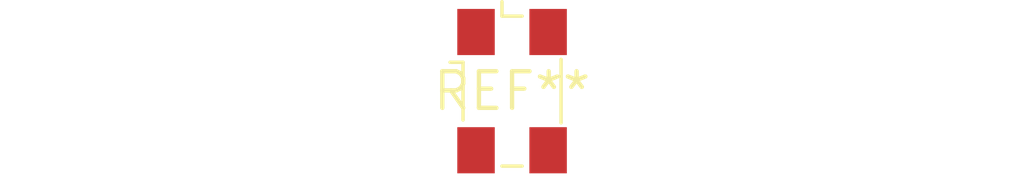
<source format=kicad_pcb>
(kicad_pcb (version 20240108) (generator pcbnew)
  (layers (0 "F.Cu" signal) (31 "B.Cu" signal) (34 "B.Paste" user) (35 "F.Paste" user) (36 "B.SilkS" user "B.Silkscreen") (37 "F.SilkS" user "F.Silkscreen") (38 "B.Mask" user) (39 "F.Mask" user) (44 "Edge.Cuts" user))
  (net 0 "")
  (footprint "Oscillator_SMD_Fox_FT5H_5.0x3.2mm" (layer "F.Cu") (at 0 0)
    (property "Reference" "REF**")
    (property "Value" "Oscillator_SMD_Fox_FT5H_5.0x3.2mm")
    (fp_line (start -1.7 -1) (end -2.15 -1) (layer "F.SilkS") (stroke (width 0.12)))
    (fp_line (start -1.7 1) (end -1.7 -1) (layer "F.SilkS") (stroke (width 0.12)))
    (fp_line (start -0.35 -2.6) (end -0.35 -3.1) (layer "F.SilkS") (stroke (width 0.12)))
    (fp_line (start -0.35 -2.6) (end 0.35 -2.6) (layer "F.SilkS") (stroke (width 0.12)))
    (fp_line (start 0.35 2.6) (end -0.35 2.6) (layer "F.SilkS") (stroke (width 0.12)))
    (fp_line (start 1.7 -1.1) (end 1.7 1.1) (layer "F.SilkS") (stroke (width 0.12)))
    (pad "1" smd rect (at -1.25 -2.05 270) (size 1.6 1.3) (layers "F.Cu" "F.Paste" "F.Mask"))
    (pad "2" smd rect (at -1.25 2.05 270) (size 1.6 1.3) (layers "F.Cu" "F.Paste" "F.Mask"))
    (pad "3" smd rect (at 1.25 2.05 270) (size 1.6 1.3) (layers "F.Cu" "F.Paste" "F.Mask"))
    (pad "4" smd rect (at 1.25 -2.05 270) (size 1.6 1.3) (layers "F.Cu" "F.Paste" "F.Mask"))
  )
)
</source>
